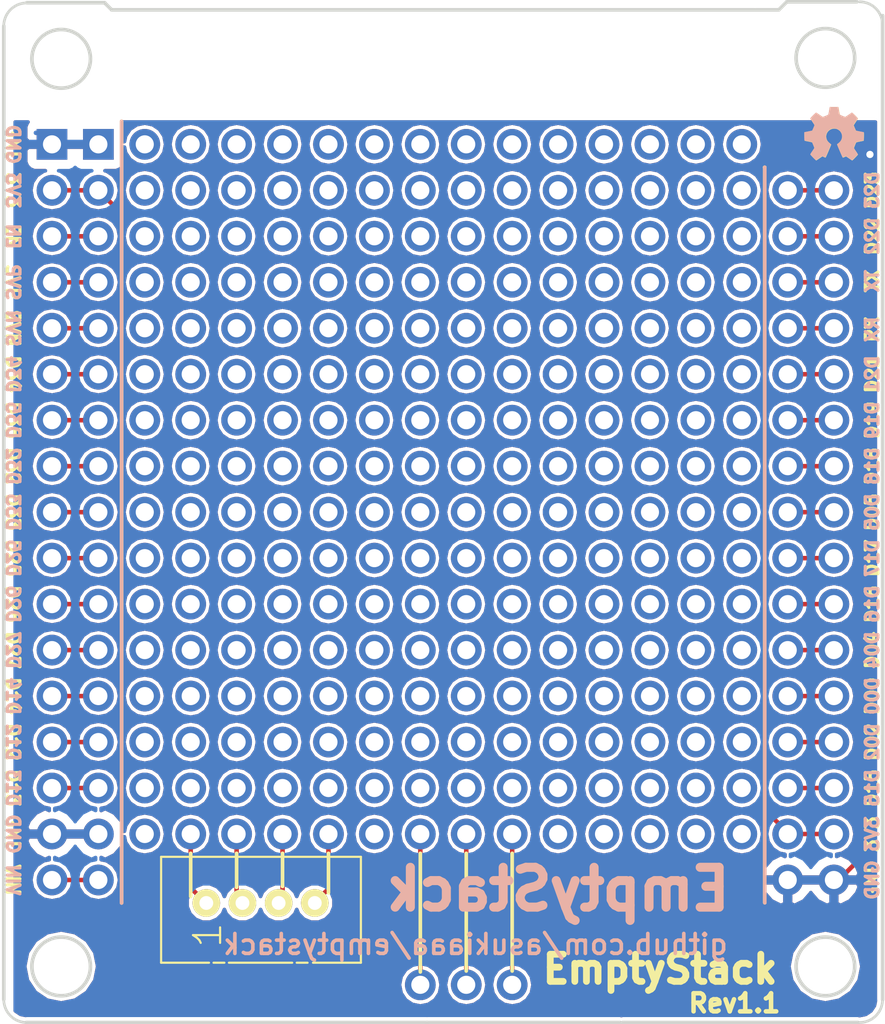
<source format=kicad_pcb>
(kicad_pcb (version 4) (host pcbnew 4.0.6-e0-6349~52~ubuntu16.10.1)
  (title_block (title Bbstack) (date 2017-04-28) (rev 1.1))
  (layers (0 F.Cu signal) (31 B.Cu signal) (34 B.Paste user) (35 F.Paste user) (36 B.SilkS user) (37 F.SilkS user) (38 B.Mask user) (39 F.Mask user) (44 Edge.Cuts user))
  (net 0 "")
  (net 1 +3V3)
  (net 2 GND)
  (net 3 VCC)
  (net 4 RXDtoTXD0)
  (net 5 TXDtoRXD0)
  (net 6 EN)
  (net 7 SVP)
  (net 8 SVN)
  (net 9 IO34)
  (net 10 IO35)
  (net 11 IO32)
  (net 12 IO33)
  (net 13 IO25)
  (net 14 IO26)
  (net 15 IO27)
  (net 16 IO14)
  (net 17 IO12)
  (net 18 IO13)
  (net 19 IO23)
  (net 20 IO22)
  (net 21 IO21)
  (net 22 IO19)
  (net 23 IO18)
  (net 24 IO5)
  (net 25 IO17)
  (net 26 IO16)
  (net 27 IO4)
  (net 28 IO2)
  (net 29 IO15)
  (net 30 "IO0(boot)")
  (net 31 "Net-(J5-Pad1)")
  (net 32 "Net-(J5-Pad2)")
  (net 33 "Net-(J5-Pad3)")
  (net 34 "Net-(J5-Pad4)")
  (net 35 "Net-(J5-Pad5)")
  (net 36 "Net-(J5-Pad6)")
  (net 37 "Net-(J5-Pad7)")
  (net 38 "Net-(J5-Pad8)")
  (net 39 "Net-(J5-Pad9)")
  (net 40 "Net-(J5-Pad10)")
  (net 41 "Net-(J5-Pad11)")
  (net 42 "Net-(J5-Pad12)")
  (net 43 "Net-(J5-Pad13)")
  (net 44 "Net-(J5-Pad14)")
  (net 45 "Net-(J6-Pad1)")
  (net 46 "Net-(J6-Pad2)")
  (net 47 "Net-(J6-Pad3)")
  (net 48 "Net-(J6-Pad4)")
  (net 49 "Net-(J6-Pad5)")
  (net 50 "Net-(J6-Pad6)")
  (net 51 "Net-(J6-Pad7)")
  (net 52 "Net-(J6-Pad8)")
  (net 53 "Net-(J6-Pad9)")
  (net 54 "Net-(J6-Pad10)")
  (net 55 "Net-(J6-Pad11)")
  (net 56 "Net-(J6-Pad12)")
  (net 57 "Net-(J6-Pad13)")
  (net 58 "Net-(J6-Pad14)")
  (net 59 "Net-(J7-Pad1)")
  (net 60 "Net-(J7-Pad2)")
  (net 61 "Net-(J7-Pad3)")
  (net 62 "Net-(J7-Pad4)")
  (net 63 "Net-(J7-Pad5)")
  (net 64 "Net-(J7-Pad6)")
  (net 65 "Net-(J7-Pad7)")
  (net 66 "Net-(J7-Pad8)")
  (net 67 "Net-(J7-Pad9)")
  (net 68 "Net-(J7-Pad10)")
  (net 69 "Net-(J7-Pad11)")
  (net 70 "Net-(J7-Pad12)")
  (net 71 "Net-(J7-Pad13)")
  (net 72 "Net-(J7-Pad14)")
  (net 73 "Net-(J8-Pad1)")
  (net 74 "Net-(J8-Pad6)")
  (net 75 "Net-(J8-Pad11)")
  (net 76 "Net-(J8-Pad12)")
  (net 77 "Net-(J8-Pad13)")
  (net 78 "Net-(J8-Pad14)")
  (net 79 "Net-(J9-Pad1)")
  (net 80 "Net-(J9-Pad2)")
  (net 81 "Net-(J9-Pad3)")
  (net 82 "Net-(J9-Pad4)")
  (net 83 "Net-(J9-Pad5)")
  (net 84 "Net-(J9-Pad6)")
  (net 85 "Net-(J9-Pad7)")
  (net 86 "Net-(J9-Pad8)")
  (net 87 "Net-(J9-Pad9)")
  (net 88 "Net-(J9-Pad10)")
  (net 89 "Net-(J9-Pad11)")
  (net 90 "Net-(J9-Pad12)")
  (net 91 "Net-(J9-Pad13)")
  (net 92 "Net-(J9-Pad14)")
  (net 93 "Net-(J10-Pad1)")
  (net 94 "Net-(J10-Pad2)")
  (net 95 "Net-(J10-Pad3)")
  (net 96 "Net-(J10-Pad4)")
  (net 97 "Net-(J10-Pad5)")
  (net 98 "Net-(J10-Pad6)")
  (net 99 "Net-(J10-Pad7)")
  (net 100 "Net-(J10-Pad8)")
  (net 101 "Net-(J10-Pad9)")
  (net 102 "Net-(J10-Pad10)")
  (net 103 "Net-(J10-Pad11)")
  (net 104 "Net-(J10-Pad12)")
  (net 105 "Net-(J10-Pad13)")
  (net 106 "Net-(J10-Pad14)")
  (net 107 "Net-(J11-Pad1)")
  (net 108 "Net-(J11-Pad2)")
  (net 109 "Net-(J11-Pad3)")
  (net 110 "Net-(J11-Pad4)")
  (net 111 "Net-(J11-Pad5)")
  (net 112 "Net-(J11-Pad6)")
  (net 113 "Net-(J11-Pad7)")
  (net 114 "Net-(J11-Pad8)")
  (net 115 "Net-(J11-Pad9)")
  (net 116 "Net-(J11-Pad10)")
  (net 117 "Net-(J11-Pad11)")
  (net 118 "Net-(J11-Pad12)")
  (net 119 "Net-(J11-Pad13)")
  (net 120 "Net-(J11-Pad14)")
  (net 121 "Net-(J12-Pad1)")
  (net 122 "Net-(J12-Pad2)")
  (net 123 "Net-(J12-Pad3)")
  (net 124 "Net-(J12-Pad4)")
  (net 125 "Net-(J12-Pad5)")
  (net 126 "Net-(J12-Pad6)")
  (net 127 "Net-(J12-Pad7)")
  (net 128 "Net-(J12-Pad8)")
  (net 129 "Net-(J12-Pad9)")
  (net 130 "Net-(J12-Pad10)")
  (net 131 "Net-(J12-Pad11)")
  (net 132 "Net-(J12-Pad12)")
  (net 133 "Net-(J12-Pad13)")
  (net 134 "Net-(J12-Pad14)")
  (net 135 "Net-(J13-Pad1)")
  (net 136 "Net-(J13-Pad2)")
  (net 137 "Net-(J13-Pad3)")
  (net 138 "Net-(J13-Pad4)")
  (net 139 "Net-(J13-Pad5)")
  (net 140 "Net-(J13-Pad6)")
  (net 141 "Net-(J13-Pad7)")
  (net 142 "Net-(J13-Pad8)")
  (net 143 "Net-(J13-Pad9)")
  (net 144 "Net-(J13-Pad10)")
  (net 145 "Net-(J13-Pad11)")
  (net 146 "Net-(J13-Pad12)")
  (net 147 "Net-(J13-Pad13)")
  (net 148 "Net-(J13-Pad14)")
  (net 149 "Net-(J14-Pad1)")
  (net 150 "Net-(J14-Pad2)")
  (net 151 "Net-(J14-Pad3)")
  (net 152 "Net-(J14-Pad4)")
  (net 153 "Net-(J14-Pad5)")
  (net 154 "Net-(J14-Pad6)")
  (net 155 "Net-(J14-Pad7)")
  (net 156 "Net-(J14-Pad8)")
  (net 157 "Net-(J14-Pad9)")
  (net 158 "Net-(J14-Pad10)")
  (net 159 "Net-(J14-Pad11)")
  (net 160 "Net-(J14-Pad12)")
  (net 161 "Net-(J14-Pad13)")
  (net 162 "Net-(J14-Pad14)")
  (net 163 "Net-(J15-Pad1)")
  (net 164 "Net-(J15-Pad2)")
  (net 165 "Net-(J15-Pad3)")
  (net 166 "Net-(J15-Pad4)")
  (net 167 "Net-(J15-Pad5)")
  (net 168 "Net-(J15-Pad6)")
  (net 169 "Net-(J15-Pad7)")
  (net 170 "Net-(J15-Pad8)")
  (net 171 "Net-(J15-Pad9)")
  (net 172 "Net-(J15-Pad10)")
  (net 173 "Net-(J15-Pad11)")
  (net 174 "Net-(J15-Pad12)")
  (net 175 "Net-(J15-Pad13)")
  (net 176 "Net-(J15-Pad14)")
  (net 177 "Net-(J16-Pad1)")
  (net 178 "Net-(J16-Pad2)")
  (net 179 "Net-(J16-Pad3)")
  (net 180 "Net-(J16-Pad4)")
  (net 181 "Net-(J16-Pad5)")
  (net 182 "Net-(J16-Pad6)")
  (net 183 "Net-(J16-Pad7)")
  (net 184 "Net-(J16-Pad8)")
  (net 185 "Net-(J16-Pad9)")
  (net 186 "Net-(J16-Pad10)")
  (net 187 "Net-(J16-Pad11)")
  (net 188 "Net-(J16-Pad12)")
  (net 189 "Net-(J16-Pad13)")
  (net 190 "Net-(J16-Pad14)")
  (net 191 "Net-(J17-Pad1)")
  (net 192 "Net-(J17-Pad2)")
  (net 193 "Net-(J17-Pad3)")
  (net 194 "Net-(J17-Pad4)")
  (net 195 "Net-(J17-Pad5)")
  (net 196 "Net-(J17-Pad6)")
  (net 197 "Net-(J17-Pad7)")
  (net 198 "Net-(J17-Pad8)")
  (net 199 "Net-(J17-Pad9)")
  (net 200 "Net-(J17-Pad10)")
  (net 201 "Net-(J17-Pad11)")
  (net 202 "Net-(J17-Pad12)")
  (net 203 "Net-(J17-Pad13)")
  (net 204 "Net-(J17-Pad14)")
  (net 205 "Net-(J18-Pad1)")
  (net 206 "Net-(J18-Pad2)")
  (net 207 "Net-(J18-Pad3)")
  (net 208 "Net-(J18-Pad4)")
  (net 209 "Net-(J18-Pad5)")
  (net 210 "Net-(J18-Pad6)")
  (net 211 "Net-(J18-Pad7)")
  (net 212 "Net-(J18-Pad8)")
  (net 213 "Net-(J18-Pad9)")
  (net 214 "Net-(J18-Pad10)")
  (net 215 "Net-(J18-Pad11)")
  (net 216 "Net-(J18-Pad12)")
  (net 217 "Net-(J18-Pad13)")
  (net 218 "Net-(J18-Pad14)")
  (net 219 "Net-(J19-Pad1)")
  (net 220 "Net-(J19-Pad2)")
  (net 221 "Net-(J19-Pad3)")
  (net 222 "Net-(J19-Pad4)")
  (net 223 "Net-(J19-Pad5)")
  (net 224 "Net-(J19-Pad6)")
  (net 225 "Net-(J19-Pad7)")
  (net 226 "Net-(J19-Pad8)")
  (net 227 "Net-(J19-Pad9)")
  (net 228 "Net-(J19-Pad10)")
  (net 229 "Net-(J19-Pad11)")
  (net 230 "Net-(J19-Pad12)")
  (net 231 "Net-(J19-Pad13)")
  (net 232 "Net-(J19-Pad14)")
  (net 233 "Net-(J20-Pad1)")
  (net 234 "Net-(J20-Pad2)")
  (net 235 "Net-(J20-Pad3)")
  (net 236 "Net-(J20-Pad4)")
  (net 237 "Net-(J20-Pad5)")
  (net 238 "Net-(J20-Pad6)")
  (net 239 "Net-(J20-Pad7)")
  (net 240 "Net-(J20-Pad8)")
  (net 241 "Net-(J20-Pad9)")
  (net 242 "Net-(J20-Pad10)")
  (net 243 "Net-(J20-Pad11)")
  (net 244 "Net-(J20-Pad12)")
  (net 245 "Net-(J20-Pad13)")
  (net 246 "Net-(J20-Pad14)")
  (net 247 "Net-(J21-Pad1)")
  (net 248 "Net-(J21-Pad2)")
  (net 249 "Net-(J21-Pad3)")
  (net 250 "Net-(J22-Pad1)")
  (net 251 "Net-(J22-Pad2)")
  (net 252 "Net-(J22-Pad3)")
  (net 253 "Net-(J22-Pad4)")
  (net 254 "Net-(J8-Pad10)")
  (module Connectors:Grove_1x04 (layer F.Cu) (at 158.3944 113.03 90)
    (fp_text reference J22 hide)
    (fp_text value grove_01X04)
    (fp_text user 1 (at -1.775 0.075 90) (layer F.SilkS) (effects (font (size 1.5 1.5) (thickness 0.12))))
    (pad 1 thru_hole circle (at 0 0 90) (size 1.524 1.524) (drill 0.762) (layers *.Cu *.Mask F.SilkS) (net 250 "Net-(J22-Pad1)"))
    (pad 2 thru_hole circle (at 0 2 90) (size 1.524 1.524) (drill 0.762) (layers *.Cu *.Mask F.SilkS) (net 251 "Net-(J22-Pad2)"))
    (pad 3 thru_hole circle (at 0 4 90) (size 1.524 1.524) (drill 0.762) (layers *.Cu *.Mask F.SilkS) (net 252 "Net-(J22-Pad3)"))
    (pad 4 thru_hole circle (at 0 6 90) (size 1.524 1.524) (drill 0.762) (layers *.Cu *.Mask F.SilkS) (net 253 "Net-(J22-Pad4)"))
  )
  (module osh-logo:osh-logo-3p4mm (layer B.Cu) (at 193.1162 70.5358 180)
    (fp_text reference G*** hide)
    (fp_text value LOGO hide)
  )
  (module osh-logo:osh-logo-3p4mm (layer F.Cu) (at 193.1162 70.5485)
    (fp_text reference G*** hide)
    (fp_text value LOGO hide)
  )
  (module common:Pin_Header_Straight_1x17_Pitch2.54mm (layer F.Cu) (at 149.86 71.12)
    (fp_text reference J1 hide)
    (fp_text value CONN_01X17 hide)
    (pad 1 thru_hole rect (at 0 0) (size 1.7 1.7) (drill 1) (layers *.Cu *.Mask) (net 2 GND))
    (pad 2 thru_hole oval (at 0 2.54) (size 1.7 1.7) (drill 1) (layers *.Cu *.Mask) (net 1 +3V3))
    (pad 3 thru_hole oval (at 0 5.08) (size 1.7 1.7) (drill 1) (layers *.Cu *.Mask) (net 6 EN))
    (pad 4 thru_hole oval (at 0 7.62) (size 1.7 1.7) (drill 1) (layers *.Cu *.Mask) (net 7 SVP))
    (pad 5 thru_hole oval (at 0 10.16) (size 1.7 1.7) (drill 1) (layers *.Cu *.Mask) (net 8 SVN))
    (pad 6 thru_hole oval (at 0 12.7) (size 1.7 1.7) (drill 1) (layers *.Cu *.Mask) (net 9 IO34))
    (pad 7 thru_hole oval (at 0 15.24) (size 1.7 1.7) (drill 1) (layers *.Cu *.Mask) (net 10 IO35))
    (pad 8 thru_hole oval (at 0 17.78) (size 1.7 1.7) (drill 1) (layers *.Cu *.Mask) (net 11 IO32))
    (pad 9 thru_hole oval (at 0 20.32) (size 1.7 1.7) (drill 1) (layers *.Cu *.Mask) (net 12 IO33))
    (pad 10 thru_hole oval (at 0 22.86) (size 1.7 1.7) (drill 1) (layers *.Cu *.Mask) (net 13 IO25))
    (pad 11 thru_hole oval (at 0 25.4) (size 1.7 1.7) (drill 1) (layers *.Cu *.Mask) (net 14 IO26))
    (pad 12 thru_hole oval (at 0 27.94) (size 1.7 1.7) (drill 1) (layers *.Cu *.Mask) (net 15 IO27))
    (pad 13 thru_hole oval (at 0 30.48) (size 1.7 1.7) (drill 1) (layers *.Cu *.Mask) (net 16 IO14))
    (pad 14 thru_hole oval (at 0 33.02) (size 1.7 1.7) (drill 1) (layers *.Cu *.Mask) (net 17 IO12))
    (pad 15 thru_hole oval (at 0 35.56) (size 1.7 1.7) (drill 1) (layers *.Cu *.Mask) (net 18 IO13))
    (pad 16 thru_hole oval (at 0 38.1) (size 1.7 1.7) (drill 1) (layers *.Cu *.Mask) (net 2 GND))
    (pad 17 thru_hole oval (at 0 40.64) (size 1.7 1.7) (drill 1) (layers *.Cu *.Mask) (net 3 VCC))
  )
  (module common:Pin_Header_Straight_1x16_Pitch2.54mm (layer F.Cu) (at 193.1035 73.66)
    (fp_text reference J2 hide)
    (fp_text value CONN_01X16 hide)
    (pad 1 thru_hole oval (at 0 0) (size 1.7 1.7) (drill 1) (layers *.Cu *.Mask) (net 19 IO23))
    (pad 2 thru_hole oval (at 0 2.54) (size 1.7 1.7) (drill 1) (layers *.Cu *.Mask) (net 20 IO22))
    (pad 3 thru_hole oval (at 0 5.08) (size 1.7 1.7) (drill 1) (layers *.Cu *.Mask) (net 4 RXDtoTXD0))
    (pad 4 thru_hole oval (at 0 7.62) (size 1.7 1.7) (drill 1) (layers *.Cu *.Mask) (net 5 TXDtoRXD0))
    (pad 5 thru_hole oval (at 0 10.16) (size 1.7 1.7) (drill 1) (layers *.Cu *.Mask) (net 21 IO21))
    (pad 6 thru_hole oval (at 0 12.7) (size 1.7 1.7) (drill 1) (layers *.Cu *.Mask) (net 22 IO19))
    (pad 7 thru_hole oval (at 0 15.24) (size 1.7 1.7) (drill 1) (layers *.Cu *.Mask) (net 23 IO18))
    (pad 8 thru_hole oval (at 0 17.78) (size 1.7 1.7) (drill 1) (layers *.Cu *.Mask) (net 24 IO5))
    (pad 9 thru_hole oval (at 0 20.32) (size 1.7 1.7) (drill 1) (layers *.Cu *.Mask) (net 25 IO17))
    (pad 10 thru_hole oval (at 0 22.86) (size 1.7 1.7) (drill 1) (layers *.Cu *.Mask) (net 26 IO16))
    (pad 11 thru_hole oval (at 0 25.4) (size 1.7 1.7) (drill 1) (layers *.Cu *.Mask) (net 27 IO4))
    (pad 12 thru_hole oval (at 0 27.94) (size 1.7 1.7) (drill 1) (layers *.Cu *.Mask) (net 30 "IO0(boot)"))
    (pad 13 thru_hole oval (at 0 30.48) (size 1.7 1.7) (drill 1) (layers *.Cu *.Mask) (net 28 IO2))
    (pad 14 thru_hole oval (at 0 33.02) (size 1.7 1.7) (drill 1) (layers *.Cu *.Mask) (net 29 IO15))
    (pad 15 thru_hole oval (at 0 35.56) (size 1.7 1.7) (drill 1) (layers *.Cu *.Mask) (net 1 +3V3))
    (pad 16 thru_hole oval (at 0 38.1) (size 1.7 1.7) (drill 1) (layers *.Cu *.Mask) (net 2 GND))
  )
  (module common:Pin_Header_Straight_1x17_Pitch2.54mm (layer F.Cu) (at 152.4254 71.12)
    (fp_text reference J3 hide)
    (fp_text value CONN_01X17 hide)
    (pad 1 thru_hole rect (at 0 0) (size 1.7 1.7) (drill 1) (layers *.Cu *.Mask) (net 2 GND))
    (pad 2 thru_hole oval (at 0 2.54) (size 1.7 1.7) (drill 1) (layers *.Cu *.Mask) (net 1 +3V3))
    (pad 3 thru_hole oval (at 0 5.08) (size 1.7 1.7) (drill 1) (layers *.Cu *.Mask) (net 6 EN))
    (pad 4 thru_hole oval (at 0 7.62) (size 1.7 1.7) (drill 1) (layers *.Cu *.Mask) (net 7 SVP))
    (pad 5 thru_hole oval (at 0 10.16) (size 1.7 1.7) (drill 1) (layers *.Cu *.Mask) (net 8 SVN))
    (pad 6 thru_hole oval (at 0 12.7) (size 1.7 1.7) (drill 1) (layers *.Cu *.Mask) (net 9 IO34))
    (pad 7 thru_hole oval (at 0 15.24) (size 1.7 1.7) (drill 1) (layers *.Cu *.Mask) (net 10 IO35))
    (pad 8 thru_hole oval (at 0 17.78) (size 1.7 1.7) (drill 1) (layers *.Cu *.Mask) (net 11 IO32))
    (pad 9 thru_hole oval (at 0 20.32) (size 1.7 1.7) (drill 1) (layers *.Cu *.Mask) (net 12 IO33))
    (pad 10 thru_hole oval (at 0 22.86) (size 1.7 1.7) (drill 1) (layers *.Cu *.Mask) (net 13 IO25))
    (pad 11 thru_hole oval (at 0 25.4) (size 1.7 1.7) (drill 1) (layers *.Cu *.Mask) (net 14 IO26))
    (pad 12 thru_hole oval (at 0 27.94) (size 1.7 1.7) (drill 1) (layers *.Cu *.Mask) (net 15 IO27))
    (pad 13 thru_hole oval (at 0 30.48) (size 1.7 1.7) (drill 1) (layers *.Cu *.Mask) (net 16 IO14))
    (pad 14 thru_hole oval (at 0 33.02) (size 1.7 1.7) (drill 1) (layers *.Cu *.Mask) (net 17 IO12))
    (pad 15 thru_hole oval (at 0 35.56) (size 1.7 1.7) (drill 1) (layers *.Cu *.Mask) (net 18 IO13))
    (pad 16 thru_hole oval (at 0 38.1) (size 1.7 1.7) (drill 1) (layers *.Cu *.Mask) (net 2 GND))
    (pad 17 thru_hole oval (at 0 40.64) (size 1.7 1.7) (drill 1) (layers *.Cu *.Mask) (net 3 VCC))
  )
  (module common:Pin_Header_Straight_1x16_Pitch2.54mm (layer F.Cu) (at 190.5508 73.66)
    (fp_text reference J4 hide)
    (fp_text value CONN_01X16 hide)
    (pad 1 thru_hole oval (at 0 0) (size 1.7 1.7) (drill 1) (layers *.Cu *.Mask) (net 19 IO23))
    (pad 2 thru_hole oval (at 0 2.54) (size 1.7 1.7) (drill 1) (layers *.Cu *.Mask) (net 20 IO22))
    (pad 3 thru_hole oval (at 0 5.08) (size 1.7 1.7) (drill 1) (layers *.Cu *.Mask) (net 4 RXDtoTXD0))
    (pad 4 thru_hole oval (at 0 7.62) (size 1.7 1.7) (drill 1) (layers *.Cu *.Mask) (net 5 TXDtoRXD0))
    (pad 5 thru_hole oval (at 0 10.16) (size 1.7 1.7) (drill 1) (layers *.Cu *.Mask) (net 21 IO21))
    (pad 6 thru_hole oval (at 0 12.7) (size 1.7 1.7) (drill 1) (layers *.Cu *.Mask) (net 22 IO19))
    (pad 7 thru_hole oval (at 0 15.24) (size 1.7 1.7) (drill 1) (layers *.Cu *.Mask) (net 23 IO18))
    (pad 8 thru_hole oval (at 0 17.78) (size 1.7 1.7) (drill 1) (layers *.Cu *.Mask) (net 24 IO5))
    (pad 9 thru_hole oval (at 0 20.32) (size 1.7 1.7) (drill 1) (layers *.Cu *.Mask) (net 25 IO17))
    (pad 10 thru_hole oval (at 0 22.86) (size 1.7 1.7) (drill 1) (layers *.Cu *.Mask) (net 26 IO16))
    (pad 11 thru_hole oval (at 0 25.4) (size 1.7 1.7) (drill 1) (layers *.Cu *.Mask) (net 27 IO4))
    (pad 12 thru_hole oval (at 0 27.94) (size 1.7 1.7) (drill 1) (layers *.Cu *.Mask) (net 30 "IO0(boot)"))
    (pad 13 thru_hole oval (at 0 30.48) (size 1.7 1.7) (drill 1) (layers *.Cu *.Mask) (net 28 IO2))
    (pad 14 thru_hole oval (at 0 33.02) (size 1.7 1.7) (drill 1) (layers *.Cu *.Mask) (net 29 IO15))
    (pad 15 thru_hole oval (at 0 35.56) (size 1.7 1.7) (drill 1) (layers *.Cu *.Mask) (net 1 +3V3))
    (pad 16 thru_hole oval (at 0 38.1) (size 1.7 1.7) (drill 1) (layers *.Cu *.Mask) (net 2 GND))
  )
  (module common:Pin_Header_Straight_1x14_Pitch2.54mm (layer F.Cu) (at 154.9908 78.74 90)
    (fp_text reference J5 hide)
    (fp_text value CONN_01X14 hide)
    (pad 1 thru_hole oval (at 0 0 90) (size 1.7 1.7) (drill 1) (layers *.Cu *.Mask) (net 31 "Net-(J5-Pad1)"))
    (pad 2 thru_hole oval (at 0 2.54 90) (size 1.7 1.7) (drill 1) (layers *.Cu *.Mask) (net 32 "Net-(J5-Pad2)"))
    (pad 3 thru_hole oval (at 0 5.08 90) (size 1.7 1.7) (drill 1) (layers *.Cu *.Mask) (net 33 "Net-(J5-Pad3)"))
    (pad 4 thru_hole oval (at 0 7.62 90) (size 1.7 1.7) (drill 1) (layers *.Cu *.Mask) (net 34 "Net-(J5-Pad4)"))
    (pad 5 thru_hole oval (at 0 10.16 90) (size 1.7 1.7) (drill 1) (layers *.Cu *.Mask) (net 35 "Net-(J5-Pad5)"))
    (pad 6 thru_hole oval (at 0 12.7 90) (size 1.7 1.7) (drill 1) (layers *.Cu *.Mask) (net 36 "Net-(J5-Pad6)"))
    (pad 7 thru_hole oval (at 0 15.24 90) (size 1.7 1.7) (drill 1) (layers *.Cu *.Mask) (net 37 "Net-(J5-Pad7)"))
    (pad 8 thru_hole oval (at 0 17.78 90) (size 1.7 1.7) (drill 1) (layers *.Cu *.Mask) (net 38 "Net-(J5-Pad8)"))
    (pad 9 thru_hole oval (at 0 20.32 90) (size 1.7 1.7) (drill 1) (layers *.Cu *.Mask) (net 39 "Net-(J5-Pad9)"))
    (pad 10 thru_hole oval (at 0 22.86 90) (size 1.7 1.7) (drill 1) (layers *.Cu *.Mask) (net 40 "Net-(J5-Pad10)"))
    (pad 11 thru_hole oval (at 0 25.4 90) (size 1.7 1.7) (drill 1) (layers *.Cu *.Mask) (net 41 "Net-(J5-Pad11)"))
    (pad 12 thru_hole oval (at 0 27.94 90) (size 1.7 1.7) (drill 1) (layers *.Cu *.Mask) (net 42 "Net-(J5-Pad12)"))
    (pad 13 thru_hole oval (at 0 30.48 90) (size 1.7 1.7) (drill 1) (layers *.Cu *.Mask) (net 43 "Net-(J5-Pad13)"))
    (pad 14 thru_hole oval (at 0 33.02 90) (size 1.7 1.7) (drill 1) (layers *.Cu *.Mask) (net 44 "Net-(J5-Pad14)"))
  )
  (module common:Pin_Header_Straight_1x14_Pitch2.54mm (layer F.Cu) (at 154.9908 81.28 90)
    (fp_text reference J6 hide)
    (fp_text value CONN_01X14 hide)
    (pad 1 thru_hole oval (at 0 0 90) (size 1.7 1.7) (drill 1) (layers *.Cu *.Mask) (net 45 "Net-(J6-Pad1)"))
    (pad 2 thru_hole oval (at 0 2.54 90) (size 1.7 1.7) (drill 1) (layers *.Cu *.Mask) (net 46 "Net-(J6-Pad2)"))
    (pad 3 thru_hole oval (at 0 5.08 90) (size 1.7 1.7) (drill 1) (layers *.Cu *.Mask) (net 47 "Net-(J6-Pad3)"))
    (pad 4 thru_hole oval (at 0 7.62 90) (size 1.7 1.7) (drill 1) (layers *.Cu *.Mask) (net 48 "Net-(J6-Pad4)"))
    (pad 5 thru_hole oval (at 0 10.16 90) (size 1.7 1.7) (drill 1) (layers *.Cu *.Mask) (net 49 "Net-(J6-Pad5)"))
    (pad 6 thru_hole oval (at 0 12.7 90) (size 1.7 1.7) (drill 1) (layers *.Cu *.Mask) (net 50 "Net-(J6-Pad6)"))
    (pad 7 thru_hole oval (at 0 15.24 90) (size 1.7 1.7) (drill 1) (layers *.Cu *.Mask) (net 51 "Net-(J6-Pad7)"))
    (pad 8 thru_hole oval (at 0 17.78 90) (size 1.7 1.7) (drill 1) (layers *.Cu *.Mask) (net 52 "Net-(J6-Pad8)"))
    (pad 9 thru_hole oval (at 0 20.32 90) (size 1.7 1.7) (drill 1) (layers *.Cu *.Mask) (net 53 "Net-(J6-Pad9)"))
    (pad 10 thru_hole oval (at 0 22.86 90) (size 1.7 1.7) (drill 1) (layers *.Cu *.Mask) (net 54 "Net-(J6-Pad10)"))
    (pad 11 thru_hole oval (at 0 25.4 90) (size 1.7 1.7) (drill 1) (layers *.Cu *.Mask) (net 55 "Net-(J6-Pad11)"))
    (pad 12 thru_hole oval (at 0 27.94 90) (size 1.7 1.7) (drill 1) (layers *.Cu *.Mask) (net 56 "Net-(J6-Pad12)"))
    (pad 13 thru_hole oval (at 0 30.48 90) (size 1.7 1.7) (drill 1) (layers *.Cu *.Mask) (net 57 "Net-(J6-Pad13)"))
    (pad 14 thru_hole oval (at 0 33.02 90) (size 1.7 1.7) (drill 1) (layers *.Cu *.Mask) (net 58 "Net-(J6-Pad14)"))
  )
  (module common:Pin_Header_Straight_1x14_Pitch2.54mm (layer F.Cu) (at 154.9908 86.36 90)
    (fp_text reference J7 hide)
    (fp_text value CONN_01X14 hide)
    (pad 1 thru_hole oval (at 0 0 90) (size 1.7 1.7) (drill 1) (layers *.Cu *.Mask) (net 59 "Net-(J7-Pad1)"))
    (pad 2 thru_hole oval (at 0 2.54 90) (size 1.7 1.7) (drill 1) (layers *.Cu *.Mask) (net 60 "Net-(J7-Pad2)"))
    (pad 3 thru_hole oval (at 0 5.08 90) (size 1.7 1.7) (drill 1) (layers *.Cu *.Mask) (net 61 "Net-(J7-Pad3)"))
    (pad 4 thru_hole oval (at 0 7.62 90) (size 1.7 1.7) (drill 1) (layers *.Cu *.Mask) (net 62 "Net-(J7-Pad4)"))
    (pad 5 thru_hole oval (at 0 10.16 90) (size 1.7 1.7) (drill 1) (layers *.Cu *.Mask) (net 63 "Net-(J7-Pad5)"))
    (pad 6 thru_hole oval (at 0 12.7 90) (size 1.7 1.7) (drill 1) (layers *.Cu *.Mask) (net 64 "Net-(J7-Pad6)"))
    (pad 7 thru_hole oval (at 0 15.24 90) (size 1.7 1.7) (drill 1) (layers *.Cu *.Mask) (net 65 "Net-(J7-Pad7)"))
    (pad 8 thru_hole oval (at 0 17.78 90) (size 1.7 1.7) (drill 1) (layers *.Cu *.Mask) (net 66 "Net-(J7-Pad8)"))
    (pad 9 thru_hole oval (at 0 20.32 90) (size 1.7 1.7) (drill 1) (layers *.Cu *.Mask) (net 67 "Net-(J7-Pad9)"))
    (pad 10 thru_hole oval (at 0 22.86 90) (size 1.7 1.7) (drill 1) (layers *.Cu *.Mask) (net 68 "Net-(J7-Pad10)"))
    (pad 11 thru_hole oval (at 0 25.4 90) (size 1.7 1.7) (drill 1) (layers *.Cu *.Mask) (net 69 "Net-(J7-Pad11)"))
    (pad 12 thru_hole oval (at 0 27.94 90) (size 1.7 1.7) (drill 1) (layers *.Cu *.Mask) (net 70 "Net-(J7-Pad12)"))
    (pad 13 thru_hole oval (at 0 30.48 90) (size 1.7 1.7) (drill 1) (layers *.Cu *.Mask) (net 71 "Net-(J7-Pad13)"))
    (pad 14 thru_hole oval (at 0 33.02 90) (size 1.7 1.7) (drill 1) (layers *.Cu *.Mask) (net 72 "Net-(J7-Pad14)"))
  )
  (module common:Pin_Header_Straight_1x14_Pitch2.54mm (layer F.Cu) (at 154.9908 109.22 90)
    (fp_text reference J8 hide)
    (fp_text value CONN_01X14 hide)
    (pad 1 thru_hole oval (at 0 0 90) (size 1.7 1.7) (drill 1) (layers *.Cu *.Mask) (net 73 "Net-(J8-Pad1)"))
    (pad 2 thru_hole oval (at 0 2.54 90) (size 1.7 1.7) (drill 1) (layers *.Cu *.Mask) (net 250 "Net-(J22-Pad1)"))
    (pad 3 thru_hole oval (at 0 5.08 90) (size 1.7 1.7) (drill 1) (layers *.Cu *.Mask) (net 251 "Net-(J22-Pad2)"))
    (pad 4 thru_hole oval (at 0 7.62 90) (size 1.7 1.7) (drill 1) (layers *.Cu *.Mask) (net 252 "Net-(J22-Pad3)"))
    (pad 5 thru_hole oval (at 0 10.16 90) (size 1.7 1.7) (drill 1) (layers *.Cu *.Mask) (net 253 "Net-(J22-Pad4)"))
    (pad 6 thru_hole oval (at 0 12.7 90) (size 1.7 1.7) (drill 1) (layers *.Cu *.Mask) (net 74 "Net-(J8-Pad6)"))
    (pad 7 thru_hole oval (at 0 15.24 90) (size 1.7 1.7) (drill 1) (layers *.Cu *.Mask) (net 249 "Net-(J21-Pad3)"))
    (pad 8 thru_hole oval (at 0 17.78 90) (size 1.7 1.7) (drill 1) (layers *.Cu *.Mask) (net 248 "Net-(J21-Pad2)"))
    (pad 9 thru_hole oval (at 0 20.32 90) (size 1.7 1.7) (drill 1) (layers *.Cu *.Mask) (net 247 "Net-(J21-Pad1)"))
    (pad 10 thru_hole oval (at 0 22.86 90) (size 1.7 1.7) (drill 1) (layers *.Cu *.Mask) (net 254 "Net-(J8-Pad10)"))
    (pad 11 thru_hole oval (at 0 25.4 90) (size 1.7 1.7) (drill 1) (layers *.Cu *.Mask) (net 75 "Net-(J8-Pad11)"))
    (pad 12 thru_hole oval (at 0 27.94 90) (size 1.7 1.7) (drill 1) (layers *.Cu *.Mask) (net 76 "Net-(J8-Pad12)"))
    (pad 13 thru_hole oval (at 0 30.48 90) (size 1.7 1.7) (drill 1) (layers *.Cu *.Mask) (net 77 "Net-(J8-Pad13)"))
    (pad 14 thru_hole oval (at 0 33.02 90) (size 1.7 1.7) (drill 1) (layers *.Cu *.Mask) (net 78 "Net-(J8-Pad14)"))
  )
  (module common:Pin_Header_Straight_1x14_Pitch2.54mm (layer F.Cu) (at 154.9908 91.44 90)
    (fp_text reference J9 hide)
    (fp_text value CONN_01X14 hide)
    (pad 1 thru_hole oval (at 0 0 90) (size 1.7 1.7) (drill 1) (layers *.Cu *.Mask) (net 79 "Net-(J9-Pad1)"))
    (pad 2 thru_hole oval (at 0 2.54 90) (size 1.7 1.7) (drill 1) (layers *.Cu *.Mask) (net 80 "Net-(J9-Pad2)"))
    (pad 3 thru_hole oval (at 0 5.08 90) (size 1.7 1.7) (drill 1) (layers *.Cu *.Mask) (net 81 "Net-(J9-Pad3)"))
    (pad 4 thru_hole oval (at 0 7.62 90) (size 1.7 1.7) (drill 1) (layers *.Cu *.Mask) (net 82 "Net-(J9-Pad4)"))
    (pad 5 thru_hole oval (at 0 10.16 90) (size 1.7 1.7) (drill 1) (layers *.Cu *.Mask) (net 83 "Net-(J9-Pad5)"))
    (pad 6 thru_hole oval (at 0 12.7 90) (size 1.7 1.7) (drill 1) (layers *.Cu *.Mask) (net 84 "Net-(J9-Pad6)"))
    (pad 7 thru_hole oval (at 0 15.24 90) (size 1.7 1.7) (drill 1) (layers *.Cu *.Mask) (net 85 "Net-(J9-Pad7)"))
    (pad 8 thru_hole oval (at 0 17.78 90) (size 1.7 1.7) (drill 1) (layers *.Cu *.Mask) (net 86 "Net-(J9-Pad8)"))
    (pad 9 thru_hole oval (at 0 20.32 90) (size 1.7 1.7) (drill 1) (layers *.Cu *.Mask) (net 87 "Net-(J9-Pad9)"))
    (pad 10 thru_hole oval (at 0 22.86 90) (size 1.7 1.7) (drill 1) (layers *.Cu *.Mask) (net 88 "Net-(J9-Pad10)"))
    (pad 11 thru_hole oval (at 0 25.4 90) (size 1.7 1.7) (drill 1) (layers *.Cu *.Mask) (net 89 "Net-(J9-Pad11)"))
    (pad 12 thru_hole oval (at 0 27.94 90) (size 1.7 1.7) (drill 1) (layers *.Cu *.Mask) (net 90 "Net-(J9-Pad12)"))
    (pad 13 thru_hole oval (at 0 30.48 90) (size 1.7 1.7) (drill 1) (layers *.Cu *.Mask) (net 91 "Net-(J9-Pad13)"))
    (pad 14 thru_hole oval (at 0 33.02 90) (size 1.7 1.7) (drill 1) (layers *.Cu *.Mask) (net 92 "Net-(J9-Pad14)"))
  )
  (module common:Pin_Header_Straight_1x14_Pitch2.54mm (layer F.Cu) (at 154.9908 101.6 90)
    (fp_text reference J10 hide)
    (fp_text value CONN_01X14 hide)
    (pad 1 thru_hole oval (at 0 0 90) (size 1.7 1.7) (drill 1) (layers *.Cu *.Mask) (net 93 "Net-(J10-Pad1)"))
    (pad 2 thru_hole oval (at 0 2.54 90) (size 1.7 1.7) (drill 1) (layers *.Cu *.Mask) (net 94 "Net-(J10-Pad2)"))
    (pad 3 thru_hole oval (at 0 5.08 90) (size 1.7 1.7) (drill 1) (layers *.Cu *.Mask) (net 95 "Net-(J10-Pad3)"))
    (pad 4 thru_hole oval (at 0 7.62 90) (size 1.7 1.7) (drill 1) (layers *.Cu *.Mask) (net 96 "Net-(J10-Pad4)"))
    (pad 5 thru_hole oval (at 0 10.16 90) (size 1.7 1.7) (drill 1) (layers *.Cu *.Mask) (net 97 "Net-(J10-Pad5)"))
    (pad 6 thru_hole oval (at 0 12.7 90) (size 1.7 1.7) (drill 1) (layers *.Cu *.Mask) (net 98 "Net-(J10-Pad6)"))
    (pad 7 thru_hole oval (at 0 15.24 90) (size 1.7 1.7) (drill 1) (layers *.Cu *.Mask) (net 99 "Net-(J10-Pad7)"))
    (pad 8 thru_hole oval (at 0 17.78 90) (size 1.7 1.7) (drill 1) (layers *.Cu *.Mask) (net 100 "Net-(J10-Pad8)"))
    (pad 9 thru_hole oval (at 0 20.32 90) (size 1.7 1.7) (drill 1) (layers *.Cu *.Mask) (net 101 "Net-(J10-Pad9)"))
    (pad 10 thru_hole oval (at 0 22.86 90) (size 1.7 1.7) (drill 1) (layers *.Cu *.Mask) (net 102 "Net-(J10-Pad10)"))
    (pad 11 thru_hole oval (at 0 25.4 90) (size 1.7 1.7) (drill 1) (layers *.Cu *.Mask) (net 103 "Net-(J10-Pad11)"))
    (pad 12 thru_hole oval (at 0 27.94 90) (size 1.7 1.7) (drill 1) (layers *.Cu *.Mask) (net 104 "Net-(J10-Pad12)"))
    (pad 13 thru_hole oval (at 0 30.48 90) (size 1.7 1.7) (drill 1) (layers *.Cu *.Mask) (net 105 "Net-(J10-Pad13)"))
    (pad 14 thru_hole oval (at 0 33.02 90) (size 1.7 1.7) (drill 1) (layers *.Cu *.Mask) (net 106 "Net-(J10-Pad14)"))
  )
  (module common:Pin_Header_Straight_1x14_Pitch2.54mm (layer F.Cu) (at 154.9908 71.12 90)
    (fp_text reference J11 hide)
    (fp_text value CONN_01X14 hide)
    (pad 1 thru_hole oval (at 0 0 90) (size 1.7 1.7) (drill 1) (layers *.Cu *.Mask) (net 107 "Net-(J11-Pad1)"))
    (pad 2 thru_hole oval (at 0 2.54 90) (size 1.7 1.7) (drill 1) (layers *.Cu *.Mask) (net 108 "Net-(J11-Pad2)"))
    (pad 3 thru_hole oval (at 0 5.08 90) (size 1.7 1.7) (drill 1) (layers *.Cu *.Mask) (net 109 "Net-(J11-Pad3)"))
    (pad 4 thru_hole oval (at 0 7.62 90) (size 1.7 1.7) (drill 1) (layers *.Cu *.Mask) (net 110 "Net-(J11-Pad4)"))
    (pad 5 thru_hole oval (at 0 10.16 90) (size 1.7 1.7) (drill 1) (layers *.Cu *.Mask) (net 111 "Net-(J11-Pad5)"))
    (pad 6 thru_hole oval (at 0 12.7 90) (size 1.7 1.7) (drill 1) (layers *.Cu *.Mask) (net 112 "Net-(J11-Pad6)"))
    (pad 7 thru_hole oval (at 0 15.24 90) (size 1.7 1.7) (drill 1) (layers *.Cu *.Mask) (net 113 "Net-(J11-Pad7)"))
    (pad 8 thru_hole oval (at 0 17.78 90) (size 1.7 1.7) (drill 1) (layers *.Cu *.Mask) (net 114 "Net-(J11-Pad8)"))
    (pad 9 thru_hole oval (at 0 20.32 90) (size 1.7 1.7) (drill 1) (layers *.Cu *.Mask) (net 115 "Net-(J11-Pad9)"))
    (pad 10 thru_hole oval (at 0 22.86 90) (size 1.7 1.7) (drill 1) (layers *.Cu *.Mask) (net 116 "Net-(J11-Pad10)"))
    (pad 11 thru_hole oval (at 0 25.4 90) (size 1.7 1.7) (drill 1) (layers *.Cu *.Mask) (net 117 "Net-(J11-Pad11)"))
    (pad 12 thru_hole oval (at 0 27.94 90) (size 1.7 1.7) (drill 1) (layers *.Cu *.Mask) (net 118 "Net-(J11-Pad12)"))
    (pad 13 thru_hole oval (at 0 30.48 90) (size 1.7 1.7) (drill 1) (layers *.Cu *.Mask) (net 119 "Net-(J11-Pad13)"))
    (pad 14 thru_hole oval (at 0 33.02 90) (size 1.7 1.7) (drill 1) (layers *.Cu *.Mask) (net 120 "Net-(J11-Pad14)"))
  )
  (module common:Pin_Header_Straight_1x14_Pitch2.54mm (layer F.Cu) (at 154.9908 104.14 90)
    (fp_text reference J12 hide)
    (fp_text value CONN_01X14 hide)
    (pad 1 thru_hole oval (at 0 0 90) (size 1.7 1.7) (drill 1) (layers *.Cu *.Mask) (net 121 "Net-(J12-Pad1)"))
    (pad 2 thru_hole oval (at 0 2.54 90) (size 1.7 1.7) (drill 1) (layers *.Cu *.Mask) (net 122 "Net-(J12-Pad2)"))
    (pad 3 thru_hole oval (at 0 5.08 90) (size 1.7 1.7) (drill 1) (layers *.Cu *.Mask) (net 123 "Net-(J12-Pad3)"))
    (pad 4 thru_hole oval (at 0 7.62 90) (size 1.7 1.7) (drill 1) (layers *.Cu *.Mask) (net 124 "Net-(J12-Pad4)"))
    (pad 5 thru_hole oval (at 0 10.16 90) (size 1.7 1.7) (drill 1) (layers *.Cu *.Mask) (net 125 "Net-(J12-Pad5)"))
    (pad 6 thru_hole oval (at 0 12.7 90) (size 1.7 1.7) (drill 1) (layers *.Cu *.Mask) (net 126 "Net-(J12-Pad6)"))
    (pad 7 thru_hole oval (at 0 15.24 90) (size 1.7 1.7) (drill 1) (layers *.Cu *.Mask) (net 127 "Net-(J12-Pad7)"))
    (pad 8 thru_hole oval (at 0 17.78 90) (size 1.7 1.7) (drill 1) (layers *.Cu *.Mask) (net 128 "Net-(J12-Pad8)"))
    (pad 9 thru_hole oval (at 0 20.32 90) (size 1.7 1.7) (drill 1) (layers *.Cu *.Mask) (net 129 "Net-(J12-Pad9)"))
    (pad 10 thru_hole oval (at 0 22.86 90) (size 1.7 1.7) (drill 1) (layers *.Cu *.Mask) (net 130 "Net-(J12-Pad10)"))
    (pad 11 thru_hole oval (at 0 25.4 90) (size 1.7 1.7) (drill 1) (layers *.Cu *.Mask) (net 131 "Net-(J12-Pad11)"))
    (pad 12 thru_hole oval (at 0 27.94 90) (size 1.7 1.7) (drill 1) (layers *.Cu *.Mask) (net 132 "Net-(J12-Pad12)"))
    (pad 13 thru_hole oval (at 0 30.48 90) (size 1.7 1.7) (drill 1) (layers *.Cu *.Mask) (net 133 "Net-(J12-Pad13)"))
    (pad 14 thru_hole oval (at 0 33.02 90) (size 1.7 1.7) (drill 1) (layers *.Cu *.Mask) (net 134 "Net-(J12-Pad14)"))
  )
  (module common:Pin_Header_Straight_1x14_Pitch2.54mm (layer F.Cu) (at 154.9908 106.68 90)
    (fp_text reference J13 hide)
    (fp_text value CONN_01X14 hide)
    (pad 1 thru_hole oval (at 0 0 90) (size 1.7 1.7) (drill 1) (layers *.Cu *.Mask) (net 135 "Net-(J13-Pad1)"))
    (pad 2 thru_hole oval (at 0 2.54 90) (size 1.7 1.7) (drill 1) (layers *.Cu *.Mask) (net 136 "Net-(J13-Pad2)"))
    (pad 3 thru_hole oval (at 0 5.08 90) (size 1.7 1.7) (drill 1) (layers *.Cu *.Mask) (net 137 "Net-(J13-Pad3)"))
    (pad 4 thru_hole oval (at 0 7.62 90) (size 1.7 1.7) (drill 1) (layers *.Cu *.Mask) (net 138 "Net-(J13-Pad4)"))
    (pad 5 thru_hole oval (at 0 10.16 90) (size 1.7 1.7) (drill 1) (layers *.Cu *.Mask) (net 139 "Net-(J13-Pad5)"))
    (pad 6 thru_hole oval (at 0 12.7 90) (size 1.7 1.7) (drill 1) (layers *.Cu *.Mask) (net 140 "Net-(J13-Pad6)"))
    (pad 7 thru_hole oval (at 0 15.24 90) (size 1.7 1.7) (drill 1) (layers *.Cu *.Mask) (net 141 "Net-(J13-Pad7)"))
    (pad 8 thru_hole oval (at 0 17.78 90) (size 1.7 1.7) (drill 1) (layers *.Cu *.Mask) (net 142 "Net-(J13-Pad8)"))
    (pad 9 thru_hole oval (at 0 20.32 90) (size 1.7 1.7) (drill 1) (layers *.Cu *.Mask) (net 143 "Net-(J13-Pad9)"))
    (pad 10 thru_hole oval (at 0 22.86 90) (size 1.7 1.7) (drill 1) (layers *.Cu *.Mask) (net 144 "Net-(J13-Pad10)"))
    (pad 11 thru_hole oval (at 0 25.4 90) (size 1.7 1.7) (drill 1) (layers *.Cu *.Mask) (net 145 "Net-(J13-Pad11)"))
    (pad 12 thru_hole oval (at 0 27.94 90) (size 1.7 1.7) (drill 1) (layers *.Cu *.Mask) (net 146 "Net-(J13-Pad12)"))
    (pad 13 thru_hole oval (at 0 30.48 90) (size 1.7 1.7) (drill 1) (layers *.Cu *.Mask) (net 147 "Net-(J13-Pad13)"))
    (pad 14 thru_hole oval (at 0 33.02 90) (size 1.7 1.7) (drill 1) (layers *.Cu *.Mask) (net 148 "Net-(J13-Pad14)"))
  )
  (module common:Pin_Header_Straight_1x14_Pitch2.54mm (layer F.Cu) (at 154.9908 83.82 90)
    (fp_text reference J14 hide)
    (fp_text value CONN_01X14 hide)
    (pad 1 thru_hole oval (at 0 0 90) (size 1.7 1.7) (drill 1) (layers *.Cu *.Mask) (net 149 "Net-(J14-Pad1)"))
    (pad 2 thru_hole oval (at 0 2.54 90) (size 1.7 1.7) (drill 1) (layers *.Cu *.Mask) (net 150 "Net-(J14-Pad2)"))
    (pad 3 thru_hole oval (at 0 5.08 90) (size 1.7 1.7) (drill 1) (layers *.Cu *.Mask) (net 151 "Net-(J14-Pad3)"))
    (pad 4 thru_hole oval (at 0 7.62 90) (size 1.7 1.7) (drill 1) (layers *.Cu *.Mask) (net 152 "Net-(J14-Pad4)"))
    (pad 5 thru_hole oval (at 0 10.16 90) (size 1.7 1.7) (drill 1) (layers *.Cu *.Mask) (net 153 "Net-(J14-Pad5)"))
    (pad 6 thru_hole oval (at 0 12.7 90) (size 1.7 1.7) (drill 1) (layers *.Cu *.Mask) (net 154 "Net-(J14-Pad6)"))
    (pad 7 thru_hole oval (at 0 15.24 90) (size 1.7 1.7) (drill 1) (layers *.Cu *.Mask) (net 155 "Net-(J14-Pad7)"))
    (pad 8 thru_hole oval (at 0 17.78 90) (size 1.7 1.7) (drill 1) (layers *.Cu *.Mask) (net 156 "Net-(J14-Pad8)"))
    (pad 9 thru_hole oval (at 0 20.32 90) (size 1.7 1.7) (drill 1) (layers *.Cu *.Mask) (net 157 "Net-(J14-Pad9)"))
    (pad 10 thru_hole oval (at 0 22.86 90) (size 1.7 1.7) (drill 1) (layers *.Cu *.Mask) (net 158 "Net-(J14-Pad10)"))
    (pad 11 thru_hole oval (at 0 25.4 90) (size 1.7 1.7) (drill 1) (layers *.Cu *.Mask) (net 159 "Net-(J14-Pad11)"))
    (pad 12 thru_hole oval (at 0 27.94 90) (size 1.7 1.7) (drill 1) (layers *.Cu *.Mask) (net 160 "Net-(J14-Pad12)"))
    (pad 13 thru_hole oval (at 0 30.48 90) (size 1.7 1.7) (drill 1) (layers *.Cu *.Mask) (net 161 "Net-(J14-Pad13)"))
    (pad 14 thru_hole oval (at 0 33.02 90) (size 1.7 1.7) (drill 1) (layers *.Cu *.Mask) (net 162 "Net-(J14-Pad14)"))
  )
  (module common:Pin_Header_Straight_1x14_Pitch2.54mm (layer F.Cu) (at 154.9908 76.2 90)
    (fp_text reference J15 hide)
    (fp_text value CONN_01X14 hide)
    (pad 1 thru_hole oval (at 0 0 90) (size 1.7 1.7) (drill 1) (layers *.Cu *.Mask) (net 163 "Net-(J15-Pad1)"))
    (pad 2 thru_hole oval (at 0 2.54 90) (size 1.7 1.7) (drill 1) (layers *.Cu *.Mask) (net 164 "Net-(J15-Pad2)"))
    (pad 3 thru_hole oval (at 0 5.08 90) (size 1.7 1.7) (drill 1) (layers *.Cu *.Mask) (net 165 "Net-(J15-Pad3)"))
    (pad 4 thru_hole oval (at 0 7.62 90) (size 1.7 1.7) (drill 1) (layers *.Cu *.Mask) (net 166 "Net-(J15-Pad4)"))
    (pad 5 thru_hole oval (at 0 10.16 90) (size 1.7 1.7) (drill 1) (layers *.Cu *.Mask) (net 167 "Net-(J15-Pad5)"))
    (pad 6 thru_hole oval (at 0 12.7 90) (size 1.7 1.7) (drill 1) (layers *.Cu *.Mask) (net 168 "Net-(J15-Pad6)"))
    (pad 7 thru_hole oval (at 0 15.24 90) (size 1.7 1.7) (drill 1) (layers *.Cu *.Mask) (net 169 "Net-(J15-Pad7)"))
    (pad 8 thru_hole oval (at 0 17.78 90) (size 1.7 1.7) (drill 1) (layers *.Cu *.Mask) (net 170 "Net-(J15-Pad8)"))
    (pad 9 thru_hole oval (at 0 20.32 90) (size 1.7 1.7) (drill 1) (layers *.Cu *.Mask) (net 171 "Net-(J15-Pad9)"))
    (pad 10 thru_hole oval (at 0 22.86 90) (size 1.7 1.7) (drill 1) (layers *.Cu *.Mask) (net 172 "Net-(J15-Pad10)"))
    (pad 11 thru_hole oval (at 0 25.4 90) (size 1.7 1.7) (drill 1) (layers *.Cu *.Mask) (net 173 "Net-(J15-Pad11)"))
    (pad 12 thru_hole oval (at 0 27.94 90) (size 1.7 1.7) (drill 1) (layers *.Cu *.Mask) (net 174 "Net-(J15-Pad12)"))
    (pad 13 thru_hole oval (at 0 30.48 90) (size 1.7 1.7) (drill 1) (layers *.Cu *.Mask) (net 175 "Net-(J15-Pad13)"))
    (pad 14 thru_hole oval (at 0 33.02 90) (size 1.7 1.7) (drill 1) (layers *.Cu *.Mask) (net 176 "Net-(J15-Pad14)"))
  )
  (module common:Pin_Header_Straight_1x14_Pitch2.54mm (layer F.Cu) (at 154.9908 73.66 90)
    (fp_text reference J16 hide)
    (fp_text value CONN_01X14 hide)
    (pad 1 thru_hole oval (at 0 0 90) (size 1.7 1.7) (drill 1) (layers *.Cu *.Mask) (net 177 "Net-(J16-Pad1)"))
    (pad 2 thru_hole oval (at 0 2.54 90) (size 1.7 1.7) (drill 1) (layers *.Cu *.Mask) (net 178 "Net-(J16-Pad2)"))
    (pad 3 thru_hole oval (at 0 5.08 90) (size 1.7 1.7) (drill 1) (layers *.Cu *.Mask) (net 179 "Net-(J16-Pad3)"))
    (pad 4 thru_hole oval (at 0 7.62 90) (size 1.7 1.7) (drill 1) (layers *.Cu *.Mask) (net 180 "Net-(J16-Pad4)"))
    (pad 5 thru_hole oval (at 0 10.16 90) (size 1.7 1.7) (drill 1) (layers *.Cu *.Mask) (net 181 "Net-(J16-Pad5)"))
    (pad 6 thru_hole oval (at 0 12.7 90) (size 1.7 1.7) (drill 1) (layers *.Cu *.Mask) (net 182 "Net-(J16-Pad6)"))
    (pad 7 thru_hole oval (at 0 15.24 90) (size 1.7 1.7) (drill 1) (layers *.Cu *.Mask) (net 183 "Net-(J16-Pad7)"))
    (pad 8 thru_hole oval (at 0 17.78 90) (size 1.7 1.7) (drill 1) (layers *.Cu *.Mask) (net 184 "Net-(J16-Pad8)"))
    (pad 9 thru_hole oval (at 0 20.32 90) (size 1.7 1.7) (drill 1) (layers *.Cu *.Mask) (net 185 "Net-(J16-Pad9)"))
    (pad 10 thru_hole oval (at 0 22.86 90) (size 1.7 1.7) (drill 1) (layers *.Cu *.Mask) (net 186 "Net-(J16-Pad10)"))
    (pad 11 thru_hole oval (at 0 25.4 90) (size 1.7 1.7) (drill 1) (layers *.Cu *.Mask) (net 187 "Net-(J16-Pad11)"))
    (pad 12 thru_hole oval (at 0 27.94 90) (size 1.7 1.7) (drill 1) (layers *.Cu *.Mask) (net 188 "Net-(J16-Pad12)"))
    (pad 13 thru_hole oval (at 0 30.48 90) (size 1.7 1.7) (drill 1) (layers *.Cu *.Mask) (net 189 "Net-(J16-Pad13)"))
    (pad 14 thru_hole oval (at 0 33.02 90) (size 1.7 1.7) (drill 1) (layers *.Cu *.Mask) (net 190 "Net-(J16-Pad14)"))
  )
  (module common:Pin_Header_Straight_1x14_Pitch2.54mm (layer F.Cu) (at 154.9908 88.9 90)
    (fp_text reference J17 hide)
    (fp_text value CONN_01X14 hide)
    (pad 1 thru_hole oval (at 0 0 90) (size 1.7 1.7) (drill 1) (layers *.Cu *.Mask) (net 191 "Net-(J17-Pad1)"))
    (pad 2 thru_hole oval (at 0 2.54 90) (size 1.7 1.7) (drill 1) (layers *.Cu *.Mask) (net 192 "Net-(J17-Pad2)"))
    (pad 3 thru_hole oval (at 0 5.08 90) (size 1.7 1.7) (drill 1) (layers *.Cu *.Mask) (net 193 "Net-(J17-Pad3)"))
    (pad 4 thru_hole oval (at 0 7.62 90) (size 1.7 1.7) (drill 1) (layers *.Cu *.Mask) (net 194 "Net-(J17-Pad4)"))
    (pad 5 thru_hole oval (at 0 10.16 90) (size 1.7 1.7) (drill 1) (layers *.Cu *.Mask) (net 195 "Net-(J17-Pad5)"))
    (pad 6 thru_hole oval (at 0 12.7 90) (size 1.7 1.7) (drill 1) (layers *.Cu *.Mask) (net 196 "Net-(J17-Pad6)"))
    (pad 7 thru_hole oval (at 0 15.24 90) (size 1.7 1.7) (drill 1) (layers *.Cu *.Mask) (net 197 "Net-(J17-Pad7)"))
    (pad 8 thru_hole oval (at 0 17.78 90) (size 1.7 1.7) (drill 1) (layers *.Cu *.Mask) (net 198 "Net-(J17-Pad8)"))
    (pad 9 thru_hole oval (at 0 20.32 90) (size 1.7 1.7) (drill 1) (layers *.Cu *.Mask) (net 199 "Net-(J17-Pad9)"))
    (pad 10 thru_hole oval (at 0 22.86 90) (size 1.7 1.7) (drill 1) (layers *.Cu *.Mask) (net 200 "Net-(J17-Pad10)"))
    (pad 11 thru_hole oval (at 0 25.4 90) (size 1.7 1.7) (drill 1) (layers *.Cu *.Mask) (net 201 "Net-(J17-Pad11)"))
    (pad 12 thru_hole oval (at 0 27.94 90) (size 1.7 1.7) (drill 1) (layers *.Cu *.Mask) (net 202 "Net-(J17-Pad12)"))
    (pad 13 thru_hole oval (at 0 30.48 90) (size 1.7 1.7) (drill 1) (layers *.Cu *.Mask) (net 203 "Net-(J17-Pad13)"))
    (pad 14 thru_hole oval (at 0 33.02 90) (size 1.7 1.7) (drill 1) (layers *.Cu *.Mask) (net 204 "Net-(J17-Pad14)"))
  )
  (module common:Pin_Header_Straight_1x14_Pitch2.54mm (layer F.Cu) (at 154.9908 93.98 90)
    (fp_text reference J18 hide)
    (fp_text value CONN_01X14 hide)
    (pad 1 thru_hole oval (at 0 0 90) (size 1.7 1.7) (drill 1) (layers *.Cu *.Mask) (net 205 "Net-(J18-Pad1)"))
    (pad 2 thru_hole oval (at 0 2.54 90) (size 1.7 1.7) (drill 1) (layers *.Cu *.Mask) (net 206 "Net-(J18-Pad2)"))
    (pad 3 thru_hole oval (at 0 5.08 90) (size 1.7 1.7) (drill 1) (layers *.Cu *.Mask) (net 207 "Net-(J18-Pad3)"))
    (pad 4 thru_hole oval (at 0 7.62 90) (size 1.7 1.7) (drill 1) (layers *.Cu *.Mask) (net 208 "Net-(J18-Pad4)"))
    (pad 5 thru_hole oval (at 0 10.16 90) (size 1.7 1.7) (drill 1) (layers *.Cu *.Mask) (net 209 "Net-(J18-Pad5)"))
    (pad 6 thru_hole oval (at 0 12.7 90) (size 1.7 1.7) (drill 1) (layers *.Cu *.Mask) (net 210 "Net-(J18-Pad6)"))
    (pad 7 thru_hole oval (at 0 15.24 90) (size 1.7 1.7) (drill 1) (layers *.Cu *.Mask) (net 211 "Net-(J18-Pad7)"))
    (pad 8 thru_hole oval (at 0 17.78 90) (size 1.7 1.7) (drill 1) (layers *.Cu *.Mask) (net 212 "Net-(J18-Pad8)"))
    (pad 9 thru_hole oval (at 0 20.32 90) (size 1.7 1.7) (drill 1) (layers *.Cu *.Mask) (net 213 "Net-(J18-Pad9)"))
    (pad 10 thru_hole oval (at 0 22.86 90) (size 1.7 1.7) (drill 1) (layers *.Cu *.Mask) (net 214 "Net-(J18-Pad10)"))
    (pad 11 thru_hole oval (at 0 25.4 90) (size 1.7 1.7) (drill 1) (layers *.Cu *.Mask) (net 215 "Net-(J18-Pad11)"))
    (pad 12 thru_hole oval (at 0 27.94 90) (size 1.7 1.7) (drill 1) (layers *.Cu *.Mask) (net 216 "Net-(J18-Pad12)"))
    (pad 13 thru_hole oval (at 0 30.48 90) (size 1.7 1.7) (drill 1) (layers *.Cu *.Mask) (net 217 "Net-(J18-Pad13)"))
    (pad 14 thru_hole oval (at 0 33.02 90) (size 1.7 1.7) (drill 1) (layers *.Cu *.Mask) (net 218 "Net-(J18-Pad14)"))
  )
  (module common:Pin_Header_Straight_1x14_Pitch2.54mm (layer F.Cu) (at 154.9908 96.52 90)
    (fp_text reference J19 hide)
    (fp_text value CONN_01X14 hide)
    (pad 1 thru_hole oval (at 0 0 90) (size 1.7 1.7) (drill 1) (layers *.Cu *.Mask) (net 219 "Net-(J19-Pad1)"))
    (pad 2 thru_hole oval (at 0 2.54 90) (size 1.7 1.7) (drill 1) (layers *.Cu *.Mask) (net 220 "Net-(J19-Pad2)"))
    (pad 3 thru_hole oval (at 0 5.08 90) (size 1.7 1.7) (drill 1) (layers *.Cu *.Mask) (net 221 "Net-(J19-Pad3)"))
    (pad 4 thru_hole oval (at 0 7.62 90) (size 1.7 1.7) (drill 1) (layers *.Cu *.Mask) (net 222 "Net-(J19-Pad4)"))
    (pad 5 thru_hole oval (at 0 10.16 90) (size 1.7 1.7) (drill 1) (layers *.Cu *.Mask) (net 223 "Net-(J19-Pad5)"))
    (pad 6 thru_hole oval (at 0 12.7 90) (size 1.7 1.7) (drill 1) (layers *.Cu *.Mask) (net 224 "Net-(J19-Pad6)"))
    (pad 7 thru_hole oval (at 0 15.24 90) (size 1.7 1.7) (drill 1) (layers *.Cu *.Mask) (net 225 "Net-(J19-Pad7)"))
    (pad 8 thru_hole oval (at 0 17.78 90) (size 1.7 1.7) (drill 1) (layers *.Cu *.Mask) (net 226 "Net-(J19-Pad8)"))
    (pad 9 thru_hole oval (at 0 20.32 90) (size 1.7 1.7) (drill 1) (layers *.Cu *.Mask) (net 227 "Net-(J19-Pad9)"))
    (pad 10 thru_hole oval (at 0 22.86 90) (size 1.7 1.7) (drill 1) (layers *.Cu *.Mask) (net 228 "Net-(J19-Pad10)"))
    (pad 11 thru_hole oval (at 0 25.4 90) (size 1.7 1.7) (drill 1) (layers *.Cu *.Mask) (net 229 "Net-(J19-Pad11)"))
    (pad 12 thru_hole oval (at 0 27.94 90) (size 1.7 1.7) (drill 1) (layers *.Cu *.Mask) (net 230 "Net-(J19-Pad12)"))
    (pad 13 thru_hole oval (at 0 30.48 90) (size 1.7 1.7) (drill 1) (layers *.Cu *.Mask) (net 231 "Net-(J19-Pad13)"))
    (pad 14 thru_hole oval (at 0 33.02 90) (size 1.7 1.7) (drill 1) (layers *.Cu *.Mask) (net 232 "Net-(J19-Pad14)"))
  )
  (module common:Pin_Header_Straight_1x14_Pitch2.54mm (layer F.Cu) (at 154.9908 99.06 90)
    (fp_text reference J20 hide)
    (fp_text value CONN_01X14 hide)
    (pad 1 thru_hole oval (at 0 0 90) (size 1.7 1.7) (drill 1) (layers *.Cu *.Mask) (net 233 "Net-(J20-Pad1)"))
    (pad 2 thru_hole oval (at 0 2.54 90) (size 1.7 1.7) (drill 1) (layers *.Cu *.Mask) (net 234 "Net-(J20-Pad2)"))
    (pad 3 thru_hole oval (at 0 5.08 90) (size 1.7 1.7) (drill 1) (layers *.Cu *.Mask) (net 235 "Net-(J20-Pad3)"))
    (pad 4 thru_hole oval (at 0 7.62 90) (size 1.7 1.7) (drill 1) (layers *.Cu *.Mask) (net 236 "Net-(J20-Pad4)"))
    (pad 5 thru_hole oval (at 0 10.16 90) (size 1.7 1.7) (drill 1) (layers *.Cu *.Mask) (net 237 "Net-(J20-Pad5)"))
    (pad 6 thru_hole oval (at 0 12.7 90) (size 1.7 1.7) (drill 1) (layers *.Cu *.Mask) (net 238 "Net-(J20-Pad6)"))
    (pad 7 thru_hole oval (at 0 15.24 90) (size 1.7 1.7) (drill 1) (layers *.Cu *.Mask) (net 239 "Net-(J20-Pad7)"))
    (pad 8 thru_hole oval (at 0 17.78 90) (size 1.7 1.7) (drill 1) (layers *.Cu *.Mask) (net 240 "Net-(J20-Pad8)"))
    (pad 9 thru_hole oval (at 0 20.32 90) (size 1.7 1.7) (drill 1) (layers *.Cu *.Mask) (net 241 "Net-(J20-Pad9)"))
    (pad 10 thru_hole oval (at 0 22.86 90) (size 1.7 1.7) (drill 1) (layers *.Cu *.Mask) (net 242 "Net-(J20-Pad10)"))
    (pad 11 thru_hole oval (at 0 25.4 90) (size 1.7 1.7) (drill 1) (layers *.Cu *.Mask) (net 243 "Net-(J20-Pad11)"))
    (pad 12 thru_hole oval (at 0 27.94 90) (size 1.7 1.7) (drill 1) (layers *.Cu *.Mask) (net 244 "Net-(J20-Pad12)"))
    (pad 13 thru_hole oval (at 0 30.48 90) (size 1.7 1.7) (drill 1) (layers *.Cu *.Mask) (net 245 "Net-(J20-Pad13)"))
    (pad 14 thru_hole oval (at 0 33.02 90) (size 1.7 1.7) (drill 1) (layers *.Cu *.Mask) (net 246 "Net-(J20-Pad14)"))
  )
  (module common:Pin_Header_Straight_1x03_Pitch2.54mm (layer F.Cu) (at 175.3108 117.5512 270)
    (fp_text reference J21 hide)
    (fp_text value CONN_01X03 hide)
    (pad 1 thru_hole oval (at 0 0 270) (size 1.7 1.7) (drill 1) (layers *.Cu *.Mask) (net 247 "Net-(J21-Pad1)"))
    (pad 2 thru_hole oval (at 0 2.54 270) (size 1.7 1.7) (drill 1) (layers *.Cu *.Mask) (net 248 "Net-(J21-Pad2)"))
    (pad 3 thru_hole oval (at 0 5.08 270) (size 1.7 1.7) (drill 1) (layers *.Cu *.Mask) (net 249 "Net-(J21-Pad3)"))
  )
  (gr_line (start 175.3108 110.2868) (end 175.3108 116.7892) (angle 90) (layer F.SilkS) (width 0.2))
  (gr_line (start 172.7708 116.7892) (end 172.7708 110.2868) (angle 90) (layer F.SilkS) (width 0.2))
  (gr_line (start 170.2308 110.2868) (end 170.2308 116.84) (angle 90) (layer F.SilkS) (width 0.2))
  (gr_line (start 165.1508 110.2868) (end 165.1508 112.4712) (angle 90) (layer F.SilkS) (width 0.2))
  (gr_line (start 157.5308 110.2868) (end 157.5308 112.6744) (angle 90) (layer F.SilkS) (width 0.2))
  (gr_line (start 160.0708 110.2868) (end 160.0708 112.1664) (angle 90) (layer F.SilkS) (width 0.2))
  (gr_line (start 162.6108 110.2868) (end 162.6108 112.1156) (angle 90) (layer F.SilkS) (width 0.2))
  (gr_line (start 148.4376 119.634) (end 170.5864 119.634) (angle 90) (layer Edge.Cuts) (width 0.2))
  (gr_line (start 148.463 63.2968) (end 152.781 63.2968) (angle 90) (layer Edge.Cuts) (width 0.2))
  (gr_line (start 189.2808 72.39) (end 189.2808 113.0173) (angle 90) (layer B.SilkS) (width 0.2))
  (gr_line (start 153.7081 113.03) (end 153.7081 69.85) (angle 90) (layer B.SilkS) (width 0.2))
  (gr_line (start 153.7081 69.85) (end 153.7081 113.03) (angle 90) (layer F.SilkS) (width 0.2))
  (gr_line (start 189.2808 72.39) (end 189.2681 72.39) (angle 90) (layer F.SilkS) (width 0.2))
  (gr_line (start 189.2808 113.0173) (end 189.2808 72.39) (angle 90) (layer F.SilkS) (width 0.2))
  (gr_text EmptyStack (at 177.8508 112.268) (layer B.SilkS) (effects (font (size 2.2 2.2) (thickness 0.5)) (justify mirror)))
  (gr_text Rev1.1 (at 187.6044 118.5672) (layer F.SilkS) (effects (font (size 1 1) (thickness 0.25))))
  (gr_line (start 170.6118 119.634) (end 181.2798 119.634) (angle 90) (layer Edge.Cuts) (width 0.2))
  (gr_line (start 147.193 64.5795) (end 147.193 118.364) (angle 90) (layer Edge.Cuts) (width 0.2))
  (gr_line (start 190.0555 63.6905) (end 188.7855 63.6905) (angle 90) (layer Edge.Cuts) (width 0.2))
  (gr_line (start 190.5 63.246) (end 190.0555 63.6905) (angle 90) (layer Edge.Cuts) (width 0.2))
  (gr_line (start 194.3735 63.246) (end 190.5 63.246) (angle 90) (layer Edge.Cuts) (width 0.2))
  (gr_line (start 153.162 63.6905) (end 188.722 63.6905) (angle 90) (layer Edge.Cuts) (width 0.2))
  (gr_line (start 152.781 63.3095) (end 153.162 63.6905) (angle 90) (layer Edge.Cuts) (width 0.2))
  (gr_line (start 195.7959 64.008) (end 195.7959 118.364) (angle 90) (layer Edge.Cuts) (width 0.2))
  (gr_line (start 181.4195 119.634) (end 194.437 119.634) (angle 90) (layer Edge.Cuts) (width 0.2))
  (gr_circle (center 150.368 66.3956) (end 151.5872 67.4624) (layer Edge.Cuts) (width 0.2))
  (gr_circle (center 192.6336 116.5352) (end 193.8528 117.602) (layer Edge.Cuts) (width 0.2))
  (gr_circle (center 150.368 116.5352) (end 151.5872 117.602) (layer Edge.Cuts) (width 0.2))
  (gr_circle (center 192.6336 66.3448) (end 193.8528 67.4116) (layer Edge.Cuts) (width 0.2))
  (gr_text RX (at 195.2244 81.3435 90) (layer F.SilkS) (effects (font (size 0.7 0.7) (thickness 0.175))))
  (gr_text RX (at 195.2244 81.3435 90) (layer B.SilkS) (effects (font (size 0.7 0.7) (thickness 0.175)) (justify mirror)))
  (gr_text D27 (at 147.701 99.06 270) (layer B.SilkS) (effects (font (size 0.7 0.7) (thickness 0.175)) (justify mirror)))
  (gr_text VIN (at 147.701 111.76 270) (layer F.SilkS) (effects (font (size 0.7 0.7) (thickness 0.175))))
  (gr_text GND (at 147.701 109.22 270) (layer F.SilkS) (effects (font (size 0.7 0.7) (thickness 0.175))))
  (gr_text D13 (at 147.701 106.68 270) (layer F.SilkS) (effects (font (size 0.7 0.7) (thickness 0.175))))
  (gr_text D12 (at 147.701 104.14 270) (layer F.SilkS) (effects (font (size 0.7 0.7) (thickness 0.175))))
  (gr_text D14 (at 147.701 101.6 270) (layer F.SilkS) (effects (font (size 0.7 0.7) (thickness 0.175))))
  (gr_text D26 (at 147.701 96.52 270) (layer F.SilkS) (effects (font (size 0.7 0.7) (thickness 0.175))))
  (gr_text D25 (at 147.701 93.98 270) (layer F.SilkS) (effects (font (size 0.7 0.7) (thickness 0.175))))
  (gr_text D33 (at 147.701 91.44 270) (layer F.SilkS) (effects (font (size 0.7 0.7) (thickness 0.175))))
  (gr_text D32 (at 147.701 88.9 270) (layer F.SilkS) (effects (font (size 0.7 0.7) (thickness 0.175))))
  (gr_text D35 (at 147.701 86.36 270) (layer F.SilkS) (effects (font (size 0.7 0.7) (thickness 0.175))))
  (gr_text D34 (at 147.701 83.82 270) (layer F.SilkS) (effects (font (size 0.7 0.7) (thickness 0.175))))
  (gr_text SVN (at 147.701 81.28 270) (layer F.SilkS) (effects (font (size 0.7 0.7) (thickness 0.175))))
  (gr_text SVP (at 147.701 78.74 270) (layer F.SilkS) (effects (font (size 0.7 0.7) (thickness 0.175))))
  (gr_text EN (at 147.701 76.2 270) (layer F.SilkS) (effects (font (size 0.7 0.7) (thickness 0.175))))
  (gr_text 3V3 (at 147.701 73.66 270) (layer F.SilkS) (effects (font (size 0.7 0.7) (thickness 0.175))))
  (gr_text GND (at 147.701 71.12 270) (layer F.SilkS) (effects (font (size 0.7 0.7) (thickness 0.175))))
  (gr_text 3V3 (at 195.2244 109.22 90) (layer F.SilkS) (effects (font (size 0.7 0.7) (thickness 0.175))))
  (gr_text D15 (at 195.2244 106.68 90) (layer F.SilkS) (effects (font (size 0.7 0.7) (thickness 0.175))))
  (gr_text TX (at 195.2244 78.6765 90) (layer F.SilkS) (effects (font (size 0.7 0.7) (thickness 0.175))))
  (gr_text D02 (at 195.2244 104.14 90) (layer F.SilkS) (effects (font (size 0.7 0.7) (thickness 0.175))))
  (gr_text D00 (at 195.2244 101.6 90) (layer F.SilkS) (effects (font (size 0.7 0.7) (thickness 0.175))))
  (gr_text D04 (at 195.2244 99.06 90) (layer F.SilkS) (effects (font (size 0.7 0.7) (thickness 0.175))))
  (gr_text D16 (at 195.2244 96.52 90) (layer F.SilkS) (effects (font (size 0.7 0.7) (thickness 0.175))))
  (gr_text D17 (at 195.2244 93.98 90) (layer F.SilkS) (effects (font (size 0.7 0.7) (thickness 0.175))))
  (gr_text D05 (at 195.2244 91.44 90) (layer F.SilkS) (effects (font (size 0.7 0.7) (thickness 0.175))))
  (gr_text D18 (at 195.2244 88.9 90) (layer F.SilkS) (effects (font (size 0.7 0.7) (thickness 0.175))))
  (gr_text D19 (at 195.2244 86.36 90) (layer F.SilkS) (effects (font (size 0.7 0.7) (thickness 0.175))))
  (gr_text D21 (at 195.2244 83.82 90) (layer F.SilkS) (effects (font (size 0.7 0.7) (thickness 0.175))))
  (gr_text D22 (at 195.2244 76.2 90) (layer F.SilkS) (effects (font (size 0.7 0.7) (thickness 0.175))))
  (gr_text D23 (at 195.2244 73.66 90) (layer F.SilkS) (effects (font (size 0.7 0.7) (thickness 0.175))))
  (gr_text GND (at 195.2244 111.76 90) (layer F.SilkS) (effects (font (size 0.7 0.7) (thickness 0.175))))
  (gr_text EmptyStack (at 183.4896 116.6876) (layer F.SilkS) (effects (font (size 1.5 1.5) (thickness 0.375))))
  (gr_text GND (at 195.2244 111.76 90) (layer B.SilkS) (effects (font (size 0.7 0.7) (thickness 0.175)) (justify mirror)))
  (gr_text github.com/asukiaaa/emptystack (at 173.2788 115.316) (layer B.SilkS) (effects (font (size 1.1 1.1) (thickness 0.2)) (justify mirror)))
  (gr_text D23 (at 195.2244 73.66 90) (layer B.SilkS) (effects (font (size 0.7 0.7) (thickness 0.175)) (justify mirror)))
  (gr_text D22 (at 195.2244 76.2 90) (layer B.SilkS) (effects (font (size 0.7 0.7) (thickness 0.175)) (justify mirror)))
  (gr_text D21 (at 195.2244 83.82 90) (layer B.SilkS) (effects (font (size 0.7 0.7) (thickness 0.175)) (justify mirror)))
  (gr_text D19 (at 195.2244 86.36 90) (layer B.SilkS) (effects (font (size 0.7 0.7) (thickness 0.175)) (justify mirror)))
  (gr_text D18 (at 195.2244 88.9 90) (layer B.SilkS) (effects (font (size 0.7 0.7) (thickness 0.175)) (justify mirror)))
  (gr_text D05 (at 195.2244 91.44 90) (layer B.SilkS) (effects (font (size 0.7 0.7) (thickness 0.175)) (justify mirror)))
  (gr_text D17 (at 195.2244 93.98 90) (layer B.SilkS) (effects (font (size 0.7 0.7) (thickness 0.175)) (justify mirror)))
  (gr_text D16 (at 195.2244 96.52 90) (layer B.SilkS) (effects (font (size 0.7 0.7) (thickness 0.175)) (justify mirror)))
  (gr_text D04 (at 195.2244 99.06 90) (layer B.SilkS) (effects (font (size 0.7 0.7) (thickness 0.175)) (justify mirror)))
  (gr_text D00 (at 195.2244 101.6 90) (layer B.SilkS) (effects (font (size 0.7 0.7) (thickness 0.175)) (justify mirror)))
  (gr_text D02 (at 195.2244 104.14 90) (layer B.SilkS) (effects (font (size 0.7 0.7) (thickness 0.175)) (justify mirror)))
  (gr_text TX (at 195.2244 78.6765 90) (layer B.SilkS) (effects (font (size 0.7 0.7) (thickness 0.175)) (justify mirror)))
  (gr_text D15 (at 195.2244 106.68 90) (layer B.SilkS) (effects (font (size 0.7 0.7) (thickness 0.175)) (justify mirror)))
  (gr_text 3V3 (at 195.2244 109.22 90) (layer B.SilkS) (effects (font (size 0.7 0.7) (thickness 0.175)) (justify mirror)))
  (gr_text VIN (at 147.701 111.76 270) (layer B.SilkS) (effects (font (size 0.7 0.7) (thickness 0.175)) (justify mirror)))
  (gr_text GND (at 147.701 109.22 270) (layer B.SilkS) (effects (font (size 0.7 0.7) (thickness 0.175)) (justify mirror)))
  (gr_text D13 (at 147.701 106.68 270) (layer B.SilkS) (effects (font (size 0.7 0.7) (thickness 0.175)) (justify mirror)))
  (gr_text D12 (at 147.701 104.14 270) (layer B.SilkS) (effects (font (size 0.7 0.7) (thickness 0.175)) (justify mirror)))
  (gr_text D14 (at 147.701 101.6 270) (layer B.SilkS) (effects (font (size 0.7 0.7) (thickness 0.175)) (justify mirror)))
  (gr_text D27 (at 147.701 99.06 270) (layer F.SilkS) (effects (font (size 0.7 0.7) (thickness 0.175))))
  (gr_text D26 (at 147.701 96.52 270) (layer B.SilkS) (effects (font (size 0.7 0.7) (thickness 0.175)) (justify mirror)))
  (gr_text D25 (at 147.701 93.98 270) (layer B.SilkS) (effects (font (size 0.7 0.7) (thickness 0.175)) (justify mirror)))
  (gr_text D33 (at 147.701 91.44 270) (layer B.SilkS) (effects (font (size 0.7 0.7) (thickness 0.175)) (justify mirror)))
  (gr_text D32 (at 147.701 88.9 270) (layer B.SilkS) (effects (font (size 0.7 0.7) (thickness 0.175)) (justify mirror)))
  (gr_text D35 (at 147.701 86.36 270) (layer B.SilkS) (effects (font (size 0.7 0.7) (thickness 0.175)) (justify mirror)))
  (gr_text D34 (at 147.701 83.82 270) (layer B.SilkS) (effects (font (size 0.7 0.7) (thickness 0.175)) (justify mirror)))
  (gr_text SVN (at 147.701 81.28 270) (layer B.SilkS) (effects (font (size 0.7 0.7) (thickness 0.175)) (justify mirror)))
  (gr_text SVP (at 147.701 78.74 270) (layer B.SilkS) (effects (font (size 0.7 0.7) (thickness 0.175)) (justify mirror)))
  (gr_text EN (at 147.701 76.2 270) (layer B.SilkS) (effects (font (size 0.7 0.7) (thickness 0.175)) (justify mirror)))
  (gr_text 3V3 (at 147.701 73.66 270) (layer B.SilkS) (effects (font (size 0.7 0.7) (thickness 0.175)) (justify mirror)))
  (gr_text GND (at 147.701 71.12 270) (layer B.SilkS) (effects (font (size 0.7 0.7) (thickness 0.175)) (justify mirror)))
  (gr_arc (start 194.5259 118.364) (end 195.7959 118.364) (angle 90) (layer Edge.Cuts) (width 0.15))
  (gr_arc (start 148.463 118.364) (end 148.463 119.634) (angle 90) (layer Edge.Cuts) (width 0.15))
  (gr_arc (start 194.5259 64.516) (end 194.5259 63.246) (angle 90) (layer Edge.Cuts) (width 0.15))
  (gr_arc (start 148.463 64.5795) (end 147.193 64.5795) (angle 90) (layer Edge.Cuts) (width 0.15))
  (segment (start 190.5508 109.22) (end 190.5508 109.1438) (width 0.25) (layer F.Cu) (net 1))
  (segment (start 190.5508 109.1438) (end 189.2935 107.8865) (width 0.25) (layer F.Cu) (net 1))
  (segment (start 153.6954 74.93) (end 152.4254 73.66) (width 0.25) (layer F.Cu) (net 1))
  (segment (start 188.7855 74.93) (end 153.6954 74.93) (width 0.25) (layer F.Cu) (net 1))
  (segment (start 189.2935 75.438) (end 188.7855 74.93) (width 0.25) (layer F.Cu) (net 1))
  (segment (start 189.2935 107.8865) (end 189.2935 75.438) (width 0.25) (layer F.Cu) (net 1))
  (segment (start 149.86 73.66) (end 152.4254 73.66) (width 0.25) (layer F.Cu) (net 1))
  (segment (start 149.86 73.66) (end 150.0505 73.66) (width 0.25) (layer F.Cu) (net 1))
  (segment (start 193.167 109.22) (end 193.167 108.966) (width 0.25) (layer F.Cu) (net 1))
  (segment (start 190.5508 109.22) (end 193.1035 109.22) (width 0.25) (layer F.Cu) (net 1))
  (segment (start 190.5508 109.22) (end 189.8904 109.22) (width 0.25) (layer F.Cu) (net 1))
  (segment (start 193.1035 111.76) (end 193.3702 111.76) (width 0.25) (layer F.Cu) (net 2))
  (segment (start 193.3702 111.76) (end 194.945 110.1852) (width 0.25) (layer F.Cu) (net 2))
  (segment (start 194.945 71.6788) (end 194.9196 71.6788) (width 0.25) (layer B.Cu) (net 2))
  (via (at 195.0974 71.6788) (size 0.6) (drill 0.4) (layers F.Cu B.Cu) (net 2))
  (segment (start 194.945 110.1852) (end 194.945 71.6788) (width 0.25) (layer F.Cu) (net 2))
  (segment (start 190.5508 111.76) (end 193.1035 111.76) (width 0.25) (layer F.Cu) (net 2))
  (segment (start 149.86 71.12) (end 152.4254 71.12) (width 0.25) (layer F.Cu) (net 2))
  (segment (start 149.86 109.22) (end 152.4254 109.22) (width 0.25) (layer F.Cu) (net 2))
  (segment (start 149.86 71.12) (end 150.241 71.12) (width 0.25) (layer F.Cu) (net 2))
  (segment (start 193.1035 111.76) (end 192.5705 111.76) (width 0.25) (layer F.Cu) (net 2))
  (segment (start 149.606 70.485) (end 148.971 70.485) (width 0.25) (layer B.Cu) (net 2))
  (segment (start 149.86 111.76) (end 152.4254 111.76) (width 0.25) (layer F.Cu) (net 3))
  (segment (start 190.5508 78.74) (end 193.1035 78.74) (width 0.25) (layer F.Cu) (net 4))
  (segment (start 190.5508 81.28) (end 193.1035 81.28) (width 0.25) (layer F.Cu) (net 5))
  (segment (start 149.86 76.2) (end 152.4254 76.2) (width 0.25) (layer F.Cu) (net 6))
  (segment (start 149.86 76.2) (end 150.1775 76.2) (width 0.25) (layer F.Cu) (net 6))
  (segment (start 149.86 78.74) (end 152.4254 78.74) (width 0.25) (layer F.Cu) (net 7))
  (segment (start 149.86 81.28) (end 152.4254 81.28) (width 0.25) (layer F.Cu) (net 8))
  (segment (start 149.86 83.82) (end 152.4254 83.82) (width 0.25) (layer F.Cu) (net 9))
  (segment (start 149.86 86.36) (end 152.4254 86.36) (width 0.25) (layer F.Cu) (net 10))
  (segment (start 149.86 88.9) (end 152.4254 88.9) (width 0.25) (layer F.Cu) (net 11))
  (segment (start 149.86 91.44) (end 152.4254 91.44) (width 0.25) (layer F.Cu) (net 12))
  (segment (start 149.86 93.98) (end 152.4254 93.98) (width 0.25) (layer F.Cu) (net 13))
  (segment (start 149.86 96.52) (end 152.4254 96.52) (width 0.25) (layer F.Cu) (net 14))
  (segment (start 149.86 99.06) (end 152.4254 99.06) (width 0.25) (layer F.Cu) (net 15))
  (segment (start 149.86 101.6) (end 152.4254 101.6) (width 0.25) (layer F.Cu) (net 16))
  (segment (start 149.86 101.6) (end 150.114 101.6) (width 0.25) (layer F.Cu) (net 16))
  (segment (start 149.86 104.14) (end 152.4254 104.14) (width 0.25) (layer F.Cu) (net 17))
  (segment (start 149.86 104.14) (end 150.241 104.14) (width 0.25) (layer F.Cu) (net 17))
  (segment (start 149.86 106.68) (end 152.4254 106.68) (width 0.25) (layer F.Cu) (net 18))
  (segment (start 190.5508 73.66) (end 193.1035 73.66) (width 0.25) (layer F.Cu) (net 19))
  (segment (start 190.5508 76.2) (end 193.1035 76.2) (width 0.25) (layer F.Cu) (net 20))
  (segment (start 190.5508 83.82) (end 193.1035 83.82) (width 0.25) (layer F.Cu) (net 21))
  (segment (start 190.5508 86.36) (end 193.1035 86.36) (width 0.25) (layer F.Cu) (net 22))
  (segment (start 190.5508 88.9) (end 193.1035 88.9) (width 0.25) (layer F.Cu) (net 23))
  (segment (start 190.5508 91.44) (end 193.1035 91.44) (width 0.25) (layer F.Cu) (net 24))
  (segment (start 193.1035 91.44) (end 192.786 91.44) (width 0.25) (layer B.Cu) (net 24))
  (segment (start 190.5508 93.98) (end 193.1035 93.98) (width 0.25) (layer F.Cu) (net 25))
  (segment (start 190.5508 96.52) (end 193.1035 96.52) (width 0.25) (layer F.Cu) (net 26))
  (segment (start 190.5508 99.06) (end 193.1035 99.06) (width 0.25) (layer F.Cu) (net 27))
  (segment (start 193.1416 104.14) (end 193.1416 104.2416) (width 0.25) (layer B.Cu) (net 28))
  (segment (start 193.167 104.14) (end 193.167 104.267) (width 0.25) (layer B.Cu) (net 28))
  (segment (start 190.5508 104.14) (end 193.1035 104.14) (width 0.25) (layer F.Cu) (net 28))
  (segment (start 190.5508 106.68) (end 193.1035 106.68) (width 0.25) (layer F.Cu) (net 29))
  (segment (start 192.913 106.68) (end 193.167 106.68) (width 0.25) (layer F.Cu) (net 29))
  (segment (start 190.5508 101.6) (end 193.1035 101.6) (width 0.25) (layer F.Cu) (net 30))
  (segment (start 175.3108 109.22) (end 175.3108 117.856) (width 0.25) (layer F.Cu) (net 247))
  (segment (start 172.7708 109.22) (end 172.7708 117.856) (width 0.25) (layer F.Cu) (net 248))
  (segment (start 170.2308 109.22) (end 170.2308 117.856) (width 0.25) (layer F.Cu) (net 249))
  (segment (start 157.5308 109.22) (end 157.5308 112.1918) (width 0.25) (layer F.Cu) (net 250))
  (segment (start 157.5308 112.1918) (end 158.369 113.03) (width 0.25) (layer F.Cu) (net 250))
  (segment (start 160.0708 109.22) (end 160.0708 112.7318) (width 0.25) (layer F.Cu) (net 251))
  (segment (start 160.0708 112.7318) (end 160.369 113.03) (width 0.25) (layer F.Cu) (net 251))
  (segment (start 162.6108 109.22) (end 162.6108 112.7882) (width 0.25) (layer F.Cu) (net 252))
  (segment (start 162.6108 112.7882) (end 162.369 113.03) (width 0.25) (layer F.Cu) (net 252))
  (segment (start 165.1508 109.22) (end 165.1508 112.2482) (width 0.25) (layer F.Cu) (net 253))
  (segment (start 165.1508 112.2482) (end 164.369 113.03) (width 0.25) (layer F.Cu) (net 253))
  (zone (net 2) (net_name GND) (layer B.Cu) (connect_pads (clearance 0.2)) (min_thickness 0.2) (fill yes (arc_segments 16) (thermal_gap 0.508) (thermal_bridge_width 0.508))
    (polygon (pts (xy 147.7264 69.7865) (xy 147.7264 119.634) (xy 195.8594 119.634) (xy 195.8594 69.85) (xy 195.7959 69.85) (xy 195.7959 69.7865)))
  )
  (zone (net 2) (net_name GND) (layer F.Cu) (connect_pads (clearance 0.2)) (min_thickness 0.2) (fill yes (arc_segments 16) (thermal_gap 0.508) (thermal_bridge_width 0.508))
    (polygon (pts (xy 195.7959 69.7865) (xy 147.7264 69.7865) (xy 147.7264 119.634) (xy 195.8594 119.634)))
  )
)
</source>
